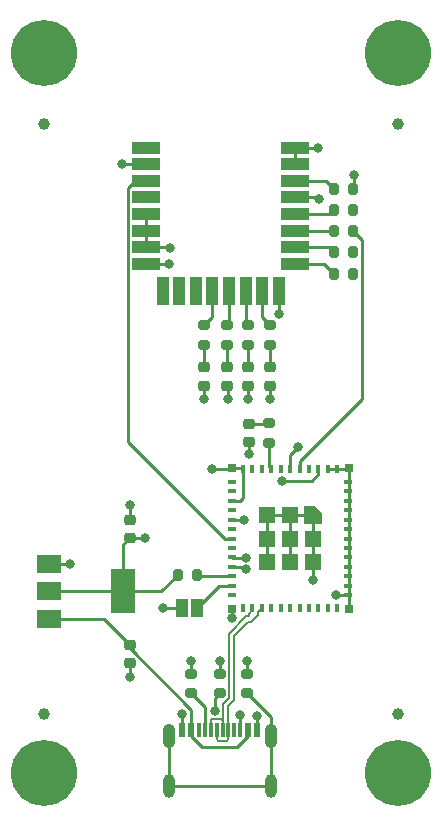
<source format=gbr>
%TF.GenerationSoftware,KiCad,Pcbnew,7.0.7*%
%TF.CreationDate,2023-08-28T22:10:07-07:00*%
%TF.ProjectId,Untitled,556e7469-746c-4656-942e-6b696361645f,rev?*%
%TF.SameCoordinates,Original*%
%TF.FileFunction,Copper,L1,Top*%
%TF.FilePolarity,Positive*%
%FSLAX46Y46*%
G04 Gerber Fmt 4.6, Leading zero omitted, Abs format (unit mm)*
G04 Created by KiCad (PCBNEW 7.0.7) date 2023-08-28 22:10:07*
%MOMM*%
%LPD*%
G01*
G04 APERTURE LIST*
G04 Aperture macros list*
%AMRoundRect*
0 Rectangle with rounded corners*
0 $1 Rounding radius*
0 $2 $3 $4 $5 $6 $7 $8 $9 X,Y pos of 4 corners*
0 Add a 4 corners polygon primitive as box body*
4,1,4,$2,$3,$4,$5,$6,$7,$8,$9,$2,$3,0*
0 Add four circle primitives for the rounded corners*
1,1,$1+$1,$2,$3*
1,1,$1+$1,$4,$5*
1,1,$1+$1,$6,$7*
1,1,$1+$1,$8,$9*
0 Add four rect primitives between the rounded corners*
20,1,$1+$1,$2,$3,$4,$5,0*
20,1,$1+$1,$4,$5,$6,$7,0*
20,1,$1+$1,$6,$7,$8,$9,0*
20,1,$1+$1,$8,$9,$2,$3,0*%
%AMFreePoly0*
4,1,15,-0.124998,0.730000,0.725000,0.730000,0.728536,0.728536,0.730000,0.725000,0.730000,-0.725000,0.728536,-0.728536,0.725000,-0.730000,-0.725000,-0.730000,-0.728536,-0.728536,-0.730000,-0.725000,-0.730001,0.125000,-0.728536,0.128536,-0.128536,0.728536,-0.125000,0.730001,-0.124998,0.730000,-0.124998,0.730000,$1*%
G04 Aperture macros list end*
%TA.AperFunction,SMDPad,CuDef*%
%ADD10RoundRect,0.200000X0.275000X-0.200000X0.275000X0.200000X-0.275000X0.200000X-0.275000X-0.200000X0*%
%TD*%
%TA.AperFunction,SMDPad,CuDef*%
%ADD11RoundRect,0.200000X-0.275000X0.200000X-0.275000X-0.200000X0.275000X-0.200000X0.275000X0.200000X0*%
%TD*%
%TA.AperFunction,SMDPad,CuDef*%
%ADD12C,1.000000*%
%TD*%
%TA.AperFunction,SMDPad,CuDef*%
%ADD13RoundRect,0.200000X-0.200000X-0.275000X0.200000X-0.275000X0.200000X0.275000X-0.200000X0.275000X0*%
%TD*%
%TA.AperFunction,ComponentPad*%
%ADD14C,5.600000*%
%TD*%
%TA.AperFunction,SMDPad,CuDef*%
%ADD15RoundRect,0.218750X0.256250X-0.218750X0.256250X0.218750X-0.256250X0.218750X-0.256250X-0.218750X0*%
%TD*%
%TA.AperFunction,SMDPad,CuDef*%
%ADD16R,2.450000X1.000000*%
%TD*%
%TA.AperFunction,SMDPad,CuDef*%
%ADD17R,1.000000X2.450000*%
%TD*%
%TA.AperFunction,SMDPad,CuDef*%
%ADD18RoundRect,0.225000X0.250000X-0.225000X0.250000X0.225000X-0.250000X0.225000X-0.250000X-0.225000X0*%
%TD*%
%TA.AperFunction,SMDPad,CuDef*%
%ADD19R,2.000000X1.500000*%
%TD*%
%TA.AperFunction,SMDPad,CuDef*%
%ADD20R,2.000000X3.800000*%
%TD*%
%TA.AperFunction,SMDPad,CuDef*%
%ADD21RoundRect,0.225000X-0.250000X0.225000X-0.250000X-0.225000X0.250000X-0.225000X0.250000X0.225000X0*%
%TD*%
%TA.AperFunction,SMDPad,CuDef*%
%ADD22RoundRect,0.200000X0.200000X0.275000X-0.200000X0.275000X-0.200000X-0.275000X0.200000X-0.275000X0*%
%TD*%
%TA.AperFunction,SMDPad,CuDef*%
%ADD23R,1.000000X1.500000*%
%TD*%
%TA.AperFunction,SMDPad,CuDef*%
%ADD24R,0.600000X1.150000*%
%TD*%
%TA.AperFunction,SMDPad,CuDef*%
%ADD25R,0.300000X1.150000*%
%TD*%
%TA.AperFunction,ComponentPad*%
%ADD26O,1.050000X2.100000*%
%TD*%
%TA.AperFunction,ComponentPad*%
%ADD27O,1.000000X2.000000*%
%TD*%
%TA.AperFunction,SMDPad,CuDef*%
%ADD28R,0.400000X0.800000*%
%TD*%
%TA.AperFunction,SMDPad,CuDef*%
%ADD29R,0.800000X0.400000*%
%TD*%
%TA.AperFunction,SMDPad,CuDef*%
%ADD30FreePoly0,270.000000*%
%TD*%
%TA.AperFunction,SMDPad,CuDef*%
%ADD31R,1.450000X1.450000*%
%TD*%
%TA.AperFunction,SMDPad,CuDef*%
%ADD32R,0.700000X0.700000*%
%TD*%
%TA.AperFunction,ViaPad*%
%ADD33C,0.800000*%
%TD*%
%TA.AperFunction,Conductor*%
%ADD34C,0.250000*%
%TD*%
%TA.AperFunction,Conductor*%
%ADD35C,0.200000*%
%TD*%
G04 APERTURE END LIST*
D10*
%TO.P,R9,1*%
%TO.N,Net-(D4-A)*%
X164200000Y-98725000D03*
%TO.P,R9,2*%
%TO.N,Net-(U2-GPIO0{slash}RXOKLED)*%
X164200000Y-97075000D03*
%TD*%
D11*
%TO.P,R5,1*%
%TO.N,GND*%
X157500000Y-126575000D03*
%TO.P,R5,2*%
%TO.N,Net-(J1-CC1)*%
X157500000Y-128225000D03*
%TD*%
D12*
%TO.P,FID1,*%
%TO.N,*%
X145000000Y-80000000D03*
%TD*%
D11*
%TO.P,R2,1*%
%TO.N,VDD*%
X164084000Y-105347000D03*
%TO.P,R2,2*%
%TO.N,Net-(U1-EN)*%
X164084000Y-106997000D03*
%TD*%
D10*
%TO.P,R6,1*%
%TO.N,Net-(J1-SHELL_GND-PadS1)*%
X162200000Y-128225000D03*
%TO.P,R6,2*%
%TO.N,GND*%
X162200000Y-126575000D03*
%TD*%
D13*
%TO.P,R1,1*%
%TO.N,Net-(U2-~{SPICS})*%
X169575000Y-92700000D03*
%TO.P,R1,2*%
%TO.N,/SPICS*%
X171225000Y-92700000D03*
%TD*%
D14*
%TO.P,H1,1*%
%TO.N,N/C*%
X145000000Y-74000000D03*
%TD*%
D10*
%TO.P,R8,1*%
%TO.N,Net-(D3-A)*%
X162300000Y-98725000D03*
%TO.P,R8,2*%
%TO.N,Net-(U2-GPIO1{slash}SFDLED)*%
X162300000Y-97075000D03*
%TD*%
D14*
%TO.P,H4,1*%
%TO.N,N/C*%
X175000000Y-135000000D03*
%TD*%
D12*
%TO.P,FID4,*%
%TO.N,*%
X175000000Y-130000000D03*
%TD*%
D15*
%TO.P,D1,1,K*%
%TO.N,GND*%
X158600000Y-102187500D03*
%TO.P,D1,2,A*%
%TO.N,Net-(D1-A)*%
X158600000Y-100612500D03*
%TD*%
D16*
%TO.P,U2,1,EXTON*%
%TO.N,unconnected-(U2-EXTON-Pad1)*%
X153705000Y-82050000D03*
%TO.P,U2,2,WAKEUP*%
%TO.N,GND*%
X153705000Y-83450000D03*
%TO.P,U2,3,~{RST}*%
%TO.N,/RST_UWB*%
X153705000Y-84850000D03*
%TO.P,U2,4,GPIO7/SYNC*%
%TO.N,unconnected-(U2-GPIO7{slash}SYNC-Pad4)*%
X153705000Y-86250000D03*
%TO.P,U2,5,VDD1*%
%TO.N,VDD*%
X153705000Y-87650000D03*
%TO.P,U2,6,VDD3V3*%
X153705000Y-89050000D03*
%TO.P,U2,7,VDD3V3*%
X153705000Y-90450000D03*
%TO.P,U2,8,VSS*%
%TO.N,GND*%
X153705000Y-91850000D03*
D17*
%TO.P,U2,9,GPIO6/EXTRXE/SPIPHA*%
%TO.N,unconnected-(U2-GPIO6{slash}EXTRXE{slash}SPIPHA-Pad9)*%
X155100000Y-94145000D03*
%TO.P,U2,10,GPIO5/EXTTXE/SPIPOL*%
%TO.N,unconnected-(U2-GPIO5{slash}EXTTXE{slash}SPIPOL-Pad10)*%
X156500000Y-94145000D03*
%TO.P,U2,11,GPIO4*%
%TO.N,unconnected-(U2-GPIO4-Pad11)*%
X157900000Y-94145000D03*
%TO.P,U2,12,GPIO3/TXLED*%
%TO.N,Net-(U2-GPIO3{slash}TXLED)*%
X159300000Y-94145000D03*
%TO.P,U2,13,GPIO2/RXLED*%
%TO.N,Net-(U2-GPIO2{slash}RXLED)*%
X160700000Y-94145000D03*
%TO.P,U2,14,GPIO1/SFDLED*%
%TO.N,Net-(U2-GPIO1{slash}SFDLED)*%
X162100000Y-94145000D03*
%TO.P,U2,15,GPIO0/RXOKLED*%
%TO.N,Net-(U2-GPIO0{slash}RXOKLED)*%
X163500000Y-94145000D03*
%TO.P,U2,16,VSS*%
%TO.N,GND*%
X164900000Y-94145000D03*
D16*
%TO.P,U2,17,~{SPICS}*%
%TO.N,Net-(U2-~{SPICS})*%
X166295000Y-91850000D03*
%TO.P,U2,18,SPIMOSI*%
%TO.N,Net-(U2-SPIMOSI)*%
X166295000Y-90450000D03*
%TO.P,U2,19,SPIMISO*%
%TO.N,Net-(U2-SPIMISO)*%
X166295000Y-89050000D03*
%TO.P,U2,20,SPICLK*%
%TO.N,Net-(U2-SPICLK)*%
X166295000Y-87650000D03*
%TO.P,U2,21,VSS*%
%TO.N,GND*%
X166295000Y-86250000D03*
%TO.P,U2,22,GPIO8/IRQ*%
%TO.N,Net-(U2-GPIO8{slash}IRQ)*%
X166295000Y-84850000D03*
%TO.P,U2,23,VSS*%
%TO.N,GND*%
X166295000Y-83450000D03*
%TO.P,U2,24,VSS*%
X166295000Y-82050000D03*
%TD*%
D13*
%TO.P,R11,1*%
%TO.N,Net-(U2-SPICLK)*%
X169575000Y-87300000D03*
%TO.P,R11,2*%
%TO.N,/SPICLK*%
X171225000Y-87300000D03*
%TD*%
D18*
%TO.P,C3,1*%
%TO.N,VDD*%
X152300000Y-115075000D03*
%TO.P,C3,2*%
%TO.N,GND*%
X152300000Y-113525000D03*
%TD*%
D15*
%TO.P,D2,1,K*%
%TO.N,GND*%
X160500000Y-102175000D03*
%TO.P,D2,2,A*%
%TO.N,Net-(D2-A)*%
X160500000Y-100600000D03*
%TD*%
D19*
%TO.P,U4,1,GND*%
%TO.N,GND*%
X145450000Y-117300000D03*
%TO.P,U4,2,VO*%
%TO.N,VDD*%
X145450000Y-119600000D03*
D20*
X151750000Y-119600000D03*
D19*
%TO.P,U4,3,VI*%
%TO.N,VBUS*%
X145450000Y-121900000D03*
%TD*%
D21*
%TO.P,C1,1*%
%TO.N,VDD*%
X162356800Y-105397000D03*
%TO.P,C1,2*%
%TO.N,GND*%
X162356800Y-106947000D03*
%TD*%
D15*
%TO.P,D4,1,K*%
%TO.N,GND*%
X164200000Y-102175000D03*
%TO.P,D4,2,A*%
%TO.N,Net-(D4-A)*%
X164200000Y-100600000D03*
%TD*%
D13*
%TO.P,R12,1*%
%TO.N,Net-(U2-SPIMISO)*%
X169575000Y-89100000D03*
%TO.P,R12,2*%
%TO.N,/SPIMISO*%
X171225000Y-89100000D03*
%TD*%
D15*
%TO.P,D3,1,K*%
%TO.N,GND*%
X162300000Y-102187500D03*
%TO.P,D3,2,A*%
%TO.N,Net-(D3-A)*%
X162300000Y-100612500D03*
%TD*%
D14*
%TO.P,H2,1*%
%TO.N,N/C*%
X175000000Y-74000000D03*
%TD*%
D10*
%TO.P,R4,1*%
%TO.N,Net-(J1-CC2)*%
X159900000Y-128225000D03*
%TO.P,R4,2*%
%TO.N,GND*%
X159900000Y-126575000D03*
%TD*%
D12*
%TO.P,FID2,*%
%TO.N,*%
X175000000Y-80000000D03*
%TD*%
%TO.P,FID3,*%
%TO.N,*%
X145000000Y-130000000D03*
%TD*%
D22*
%TO.P,R14,1*%
%TO.N,GND*%
X171225000Y-85500000D03*
%TO.P,R14,2*%
%TO.N,Net-(U2-GPIO8{slash}IRQ)*%
X169575000Y-85500000D03*
%TD*%
D23*
%TO.P,JP2,1,A*%
%TO.N,Net-(JP2-A)*%
X158000000Y-121000000D03*
%TO.P,JP2,2,B*%
%TO.N,GND*%
X156700000Y-121000000D03*
%TD*%
D10*
%TO.P,R10,1*%
%TO.N,Net-(D1-A)*%
X158600000Y-98725000D03*
%TO.P,R10,2*%
%TO.N,Net-(U2-GPIO3{slash}TXLED)*%
X158600000Y-97075000D03*
%TD*%
D13*
%TO.P,R13,1*%
%TO.N,Net-(U2-SPIMOSI)*%
X169575000Y-90900000D03*
%TO.P,R13,2*%
%TO.N,/SPIMOSI*%
X171225000Y-90900000D03*
%TD*%
D24*
%TO.P,J1,A1_B12,GND*%
%TO.N,GND*%
X156700000Y-131310000D03*
%TO.P,J1,A4_B9,VBUS*%
%TO.N,VBUS*%
X157500000Y-131310000D03*
D25*
%TO.P,J1,A5,CC1*%
%TO.N,Net-(J1-CC1)*%
X158650000Y-131310000D03*
%TO.P,J1,A6,DP1*%
%TO.N,/D+*%
X159650000Y-131310000D03*
%TO.P,J1,A7,DN1*%
%TO.N,/D-*%
X160150000Y-131310000D03*
%TO.P,J1,A8,SBU1*%
%TO.N,unconnected-(J1-SBU1-PadA8)*%
X161150000Y-131310000D03*
D24*
%TO.P,J1,B1_A12,GND*%
%TO.N,GND*%
X163100000Y-131310000D03*
%TO.P,J1,B4_A9,VBUS*%
%TO.N,VBUS*%
X162300000Y-131310000D03*
D25*
%TO.P,J1,B5,CC2*%
%TO.N,Net-(J1-CC2)*%
X161650000Y-131310000D03*
%TO.P,J1,B6,DP2*%
%TO.N,/D+*%
X160650000Y-131310000D03*
%TO.P,J1,B7,DN2*%
%TO.N,/D-*%
X159150000Y-131310000D03*
%TO.P,J1,B8,SBU2*%
%TO.N,unconnected-(J1-SBU2-PadB8)*%
X158150000Y-131310000D03*
D26*
%TO.P,J1,S1,SHELL_GND*%
%TO.N,Net-(J1-SHELL_GND-PadS1)*%
X155580000Y-131885000D03*
D27*
%TO.P,J1,S2,SHELL_GND*%
X155580000Y-136065000D03*
%TO.P,J1,S3,SHELL_GND*%
X164220000Y-136065000D03*
D26*
%TO.P,J1,S4,SHELL_GND*%
X164220000Y-131885000D03*
%TD*%
D28*
%TO.P,U1,1,GND*%
%TO.N,GND*%
X169875000Y-109225000D03*
%TO.P,U1,2,GND*%
X169075000Y-109225000D03*
%TO.P,U1,3,3V3*%
%TO.N,VDD*%
X168275000Y-109225000D03*
%TO.P,U1,4,NC*%
%TO.N,unconnected-(U1-NC-Pad4)*%
X167475000Y-109225000D03*
%TO.P,U1,5,IO2*%
%TO.N,/SPIMISO*%
X166675000Y-109225000D03*
%TO.P,U1,6,IO3*%
%TO.N,GND*%
X165875000Y-109225000D03*
%TO.P,U1,7,NC*%
%TO.N,unconnected-(U1-NC-Pad7)*%
X165075000Y-109225000D03*
%TO.P,U1,8,EN*%
%TO.N,Net-(U1-EN)*%
X164275000Y-109225000D03*
%TO.P,U1,9,NC*%
%TO.N,unconnected-(U1-NC-Pad9)*%
X163475000Y-109225000D03*
%TO.P,U1,10,NC*%
%TO.N,unconnected-(U1-NC-Pad10)*%
X162675000Y-109225000D03*
%TO.P,U1,11,GND*%
%TO.N,GND*%
X161875000Y-109225000D03*
D29*
%TO.P,U1,12,IO0*%
%TO.N,unconnected-(U1-IO0-Pad12)*%
X160975000Y-110325000D03*
%TO.P,U1,13,IO1*%
%TO.N,unconnected-(U1-IO1-Pad13)*%
X160975000Y-111125000D03*
%TO.P,U1,14,GND*%
%TO.N,GND*%
X160975000Y-111925000D03*
%TO.P,U1,15,NC*%
%TO.N,unconnected-(U1-NC-Pad15)*%
X160975000Y-112725000D03*
%TO.P,U1,16,IO10*%
%TO.N,/SPICS*%
X160975000Y-113525000D03*
%TO.P,U1,17,NC*%
%TO.N,unconnected-(U1-NC-Pad17)*%
X160975000Y-114325000D03*
%TO.P,U1,18,IO4*%
%TO.N,/RST_UWB*%
X160975000Y-115125000D03*
%TO.P,U1,19,IO5*%
%TO.N,unconnected-(U1-IO5-Pad19)*%
X160975000Y-115925000D03*
%TO.P,U1,20,IO6*%
%TO.N,/SPICLK*%
X160975000Y-116725000D03*
%TO.P,U1,21,IO7*%
%TO.N,/SPIMOSI*%
X160975000Y-117525000D03*
%TO.P,U1,22,IO8*%
%TO.N,Net-(U1-IO8)*%
X160975000Y-118325000D03*
%TO.P,U1,23,IO9*%
%TO.N,Net-(JP2-A)*%
X160975000Y-119125000D03*
%TO.P,U1,24,NC*%
%TO.N,unconnected-(U1-NC-Pad24)*%
X160975000Y-119925000D03*
D28*
%TO.P,U1,25,NC*%
%TO.N,unconnected-(U1-NC-Pad25)*%
X161875000Y-121025000D03*
%TO.P,U1,26,IO18*%
%TO.N,/D-*%
X162675000Y-121025000D03*
%TO.P,U1,27,IO19*%
%TO.N,/D+*%
X163475000Y-121025000D03*
%TO.P,U1,28,NC*%
%TO.N,unconnected-(U1-NC-Pad28)*%
X164275000Y-121025000D03*
%TO.P,U1,29,NC*%
%TO.N,unconnected-(U1-NC-Pad29)*%
X165075000Y-121025000D03*
%TO.P,U1,30,RXD0*%
%TO.N,unconnected-(U1-RXD0-Pad30)*%
X165875000Y-121025000D03*
%TO.P,U1,31,TXD0*%
%TO.N,unconnected-(U1-TXD0-Pad31)*%
X166675000Y-121025000D03*
%TO.P,U1,32,NC*%
%TO.N,unconnected-(U1-NC-Pad32)*%
X167475000Y-121025000D03*
%TO.P,U1,33,NC*%
%TO.N,unconnected-(U1-NC-Pad33)*%
X168275000Y-121025000D03*
%TO.P,U1,34,NC*%
%TO.N,unconnected-(U1-NC-Pad34)*%
X169075000Y-121025000D03*
%TO.P,U1,35,NC*%
%TO.N,unconnected-(U1-NC-Pad35)*%
X169875000Y-121025000D03*
D29*
%TO.P,U1,36,GND*%
%TO.N,GND*%
X170775000Y-119925000D03*
%TO.P,U1,37,GND*%
X170775000Y-119125000D03*
%TO.P,U1,38,GND*%
X170775000Y-118325000D03*
%TO.P,U1,39,GND*%
X170775000Y-117525000D03*
%TO.P,U1,40,GND*%
X170775000Y-116725000D03*
%TO.P,U1,41,GND*%
X170775000Y-115925000D03*
%TO.P,U1,42,GND*%
X170775000Y-115125000D03*
%TO.P,U1,43,GND*%
X170775000Y-114325000D03*
%TO.P,U1,44,GND*%
X170775000Y-113525000D03*
%TO.P,U1,45,GND*%
X170775000Y-112725000D03*
%TO.P,U1,46,GND*%
X170775000Y-111925000D03*
%TO.P,U1,47,GND*%
X170775000Y-111125000D03*
%TO.P,U1,48,GND*%
X170775000Y-110325000D03*
D30*
%TO.P,U1,49_1,GND*%
X167850000Y-113150000D03*
D31*
%TO.P,U1,49_2,GND*%
X167850000Y-115125000D03*
%TO.P,U1,49_3,GND*%
X167850000Y-117100000D03*
%TO.P,U1,49_4,GND*%
X165875000Y-117100000D03*
%TO.P,U1,49_5,GND*%
X163900000Y-117100000D03*
%TO.P,U1,49_6,GND*%
X163900000Y-115125000D03*
%TO.P,U1,49_7,GND*%
X163900000Y-113150000D03*
%TO.P,U1,49_8,GND*%
X165875000Y-113150000D03*
%TO.P,U1,49_9,GND*%
X165875000Y-115125000D03*
D32*
%TO.P,U1,50,GND*%
X170825000Y-121075000D03*
%TO.P,U1,51,GND*%
X160925000Y-121075000D03*
%TO.P,U1,52,GND*%
X160925000Y-109175000D03*
%TO.P,U1,53,GND*%
X170825000Y-109175000D03*
%TD*%
D22*
%TO.P,R3,1*%
%TO.N,Net-(U1-IO8)*%
X158000200Y-118211600D03*
%TO.P,R3,2*%
%TO.N,VDD*%
X156350200Y-118211600D03*
%TD*%
D14*
%TO.P,H3,1*%
%TO.N,N/C*%
X145000000Y-135000000D03*
%TD*%
D10*
%TO.P,R7,1*%
%TO.N,Net-(D2-A)*%
X160500000Y-98725000D03*
%TO.P,R7,2*%
%TO.N,Net-(U2-GPIO2{slash}RXLED)*%
X160500000Y-97075000D03*
%TD*%
D21*
%TO.P,C2,1*%
%TO.N,VBUS*%
X152300000Y-124125000D03*
%TO.P,C2,2*%
%TO.N,GND*%
X152300000Y-125675000D03*
%TD*%
D33*
%TO.N,VDD*%
X155702000Y-90525600D03*
X165150800Y-110224502D03*
X164084000Y-105347000D03*
X153568400Y-115112800D03*
%TO.N,GND*%
X152298400Y-112318800D03*
X159918400Y-125476000D03*
X168198800Y-82042000D03*
X155651200Y-91846400D03*
X163109401Y-130158999D03*
X169722800Y-119938800D03*
X152349200Y-126847600D03*
X160934400Y-121869200D03*
X164947600Y-96113600D03*
X166522400Y-107391200D03*
X155143200Y-121005600D03*
X167843200Y-118618000D03*
X164185600Y-103327200D03*
X151638000Y-83413600D03*
X168351200Y-86360000D03*
X159258000Y-109220000D03*
X162204400Y-125476000D03*
X147269200Y-117297200D03*
X157480000Y-125476000D03*
X162356800Y-107950000D03*
X162306000Y-103327200D03*
X171246800Y-84328000D03*
X160578800Y-103327200D03*
X158597600Y-103327200D03*
X156718000Y-129997200D03*
%TO.N,Net-(J1-CC2)*%
X159475500Y-129735500D03*
X161645600Y-130048000D03*
%TO.N,/SPICS*%
X162001200Y-113538000D03*
X171225000Y-92700000D03*
%TO.N,/SPICLK*%
X171225000Y-87300000D03*
X162102800Y-116738400D03*
%TO.N,/SPIMOSI*%
X171225000Y-90900000D03*
X162102800Y-117737903D03*
%TD*%
D34*
%TO.N,VDD*%
X162356800Y-105397000D02*
X164034000Y-105397000D01*
X152337800Y-115112800D02*
X152300000Y-115075000D01*
X153705000Y-87650000D02*
X153705000Y-90450000D01*
X154961800Y-119600000D02*
X156350200Y-118211600D01*
X167725498Y-110224502D02*
X165150800Y-110224502D01*
X151750000Y-119600000D02*
X154961800Y-119600000D01*
X164034000Y-105397000D02*
X164084000Y-105347000D01*
X155626400Y-90450000D02*
X155702000Y-90525600D01*
X153568400Y-115112800D02*
X152337800Y-115112800D01*
X168275000Y-109225000D02*
X168275000Y-109675000D01*
X153705000Y-90450000D02*
X155626400Y-90450000D01*
X151750000Y-115625000D02*
X152300000Y-115075000D01*
X168275000Y-109675000D02*
X167725498Y-110224502D01*
X151750000Y-119600000D02*
X151750000Y-115625000D01*
X145450000Y-119600000D02*
X151750000Y-119600000D01*
%TO.N,GND*%
X170825000Y-109175000D02*
X170825000Y-121075000D01*
X161875000Y-109270302D02*
X161875498Y-109270800D01*
X163100000Y-130168400D02*
X163109401Y-130158999D01*
X162200000Y-126575000D02*
X162200000Y-125480400D01*
X152298400Y-112318800D02*
X152300000Y-112320400D01*
X157500000Y-126575000D02*
X157500000Y-125496000D01*
X162300000Y-103321200D02*
X162300000Y-102187500D01*
X168351200Y-86360000D02*
X168241200Y-86250000D01*
X159900000Y-126575000D02*
X159900000Y-125494400D01*
X170775000Y-119925000D02*
X169736600Y-119925000D01*
X158597600Y-102189900D02*
X158600000Y-102187500D01*
X164200000Y-103312800D02*
X164185600Y-103327200D01*
X159258000Y-109220000D02*
X160880000Y-109220000D01*
X152300000Y-126798400D02*
X152349200Y-126847600D01*
X159900000Y-125494400D02*
X159918400Y-125476000D01*
X167850000Y-113150000D02*
X163900000Y-113150000D01*
X155651200Y-91846400D02*
X155647600Y-91850000D01*
X162306000Y-103327200D02*
X162300000Y-103321200D01*
X152300000Y-125675000D02*
X152300000Y-126798400D01*
X160975000Y-111925000D02*
X161625000Y-111925000D01*
X160925000Y-109175000D02*
X161825000Y-109175000D01*
X145452800Y-117297200D02*
X145450000Y-117300000D01*
X160925000Y-121859800D02*
X160934400Y-121869200D01*
X162356800Y-107950000D02*
X162356800Y-106947000D01*
X165875000Y-108038600D02*
X166522400Y-107391200D01*
X167850000Y-113150000D02*
X167850000Y-118611200D01*
X160880000Y-109220000D02*
X160925000Y-109175000D01*
X161875000Y-111675000D02*
X161875000Y-109225000D01*
X171246800Y-85478200D02*
X171225000Y-85500000D01*
X156700000Y-121000000D02*
X155148800Y-121000000D01*
X152300000Y-112320400D02*
X152300000Y-113525000D01*
X164900000Y-96066000D02*
X164947600Y-96113600D01*
X151638000Y-83413600D02*
X153668600Y-83413600D01*
X158597600Y-103327200D02*
X158597600Y-102189900D01*
X156700000Y-131310000D02*
X156700000Y-130015200D01*
X164200000Y-102175000D02*
X164200000Y-103312800D01*
X169075000Y-109225000D02*
X170775000Y-109225000D01*
X156700000Y-130015200D02*
X156718000Y-129997200D01*
X155647600Y-91850000D02*
X153705000Y-91850000D01*
X147269200Y-117297200D02*
X145452800Y-117297200D01*
X163100000Y-131310000D02*
X163100000Y-130168400D01*
X163900000Y-117100000D02*
X163900000Y-113150000D01*
X161625000Y-111925000D02*
X161875000Y-111675000D01*
X170775000Y-109225000D02*
X170825000Y-109175000D01*
X160925000Y-121075000D02*
X160925000Y-121859800D01*
X161825000Y-109175000D02*
X161875000Y-109225000D01*
X168198800Y-82042000D02*
X168190800Y-82050000D01*
X161875000Y-109225000D02*
X161875000Y-109270302D01*
X168241200Y-86250000D02*
X166295000Y-86250000D01*
X171246800Y-84328000D02*
X171246800Y-85478200D01*
X157500000Y-125496000D02*
X157480000Y-125476000D01*
X153668600Y-83413600D02*
X153705000Y-83450000D01*
X160578800Y-103327200D02*
X160578800Y-102253800D01*
X164900000Y-94145000D02*
X164900000Y-96066000D01*
X166295000Y-82050000D02*
X166295000Y-83450000D01*
X165875000Y-113150000D02*
X165875000Y-117100000D01*
X165875000Y-109225000D02*
X165875000Y-108038600D01*
X167850000Y-118611200D02*
X167843200Y-118618000D01*
X168190800Y-82050000D02*
X166295000Y-82050000D01*
X162200000Y-125480400D02*
X162204400Y-125476000D01*
X160578800Y-102253800D02*
X160500000Y-102175000D01*
X155148800Y-121000000D02*
X155143200Y-121005600D01*
X169736600Y-119925000D02*
X169722800Y-119938800D01*
%TO.N,VBUS*%
X162300000Y-131885051D02*
X161393851Y-132791200D01*
X150075000Y-121900000D02*
X145450000Y-121900000D01*
X157500000Y-129622183D02*
X152300000Y-124422183D01*
X157500000Y-131885051D02*
X157500000Y-131310000D01*
X157500000Y-131310000D02*
X157500000Y-129622183D01*
X152300000Y-124422183D02*
X152300000Y-124125000D01*
X162300000Y-131310000D02*
X162300000Y-131885051D01*
X152300000Y-124125000D02*
X150075000Y-121900000D01*
X158406149Y-132791200D02*
X157500000Y-131885051D01*
X161393851Y-132791200D02*
X158406149Y-132791200D01*
%TO.N,Net-(D1-A)*%
X158600000Y-98725000D02*
X158600000Y-100612500D01*
%TO.N,Net-(D2-A)*%
X160500000Y-98725000D02*
X160500000Y-100600000D01*
%TO.N,Net-(D3-A)*%
X162300000Y-100612500D02*
X162300000Y-98725000D01*
%TO.N,Net-(D4-A)*%
X164200000Y-98725000D02*
X164200000Y-100600000D01*
%TO.N,Net-(J1-SHELL_GND-PadS1)*%
X164220000Y-131885000D02*
X164220000Y-130245000D01*
X164220000Y-130245000D02*
X162200000Y-128225000D01*
X155580000Y-136065000D02*
X164220000Y-136065000D01*
X155580000Y-131885000D02*
X155580000Y-136065000D01*
X164220000Y-136065000D02*
X164220000Y-131885000D01*
D35*
%TO.N,/D-*%
X159150000Y-130485000D02*
X159200000Y-130435000D01*
X160150000Y-130447499D02*
X160150000Y-130556000D01*
X160029000Y-130435000D02*
X160150000Y-130556000D01*
X162375000Y-121488603D02*
X162375000Y-121725000D01*
X162138603Y-121725000D02*
X160675000Y-123188603D01*
X160175000Y-130422499D02*
X160150000Y-130447499D01*
X162675000Y-121025000D02*
X162675000Y-121188603D01*
X159150000Y-131310000D02*
X159150000Y-130485000D01*
X160150000Y-130556000D02*
X160150000Y-131310000D01*
X162375000Y-121725000D02*
X162138603Y-121725000D01*
X162675000Y-121188603D02*
X162375000Y-121488603D01*
X159200000Y-130435000D02*
X160029000Y-130435000D01*
X160675000Y-123188603D02*
X160675000Y-128632107D01*
X160675000Y-128632107D02*
X160175000Y-129132107D01*
X160175000Y-129132107D02*
X160175000Y-130422499D01*
%TO.N,/D+*%
X162561388Y-122174980D02*
X162325020Y-122174980D01*
X163475000Y-121025000D02*
X163175000Y-121325000D01*
X160650000Y-130447499D02*
X160650000Y-131310000D01*
X159650000Y-131310000D02*
X159650000Y-132135000D01*
X160552600Y-132232400D02*
X160650000Y-132135000D01*
X159747400Y-132232400D02*
X160552600Y-132232400D01*
X161124980Y-123375020D02*
X161124980Y-128818495D01*
X160625000Y-129318475D02*
X160625000Y-130422499D01*
X160625000Y-130422499D02*
X160650000Y-130447499D01*
X162325020Y-122174980D02*
X161124980Y-123375020D01*
X163175000Y-121325000D02*
X163175000Y-121561368D01*
X163175000Y-121561368D02*
X162561388Y-122174980D01*
X159650000Y-132135000D02*
X159747400Y-132232400D01*
X161124980Y-128818495D02*
X160625000Y-129318475D01*
X160650000Y-132135000D02*
X160650000Y-131310000D01*
D34*
%TO.N,Net-(J1-CC2)*%
X159475500Y-128649500D02*
X159900000Y-128225000D01*
X161650000Y-130052400D02*
X161645600Y-130048000D01*
X159475500Y-129735500D02*
X159475500Y-128649500D01*
X161650000Y-131310000D02*
X161650000Y-130052400D01*
%TO.N,Net-(J1-CC1)*%
X158650000Y-129375000D02*
X157500000Y-128225000D01*
X158650000Y-131310000D02*
X158650000Y-129375000D01*
%TO.N,Net-(JP2-A)*%
X159875000Y-119125000D02*
X160975000Y-119125000D01*
X158000000Y-121000000D02*
X159875000Y-119125000D01*
%TO.N,Net-(U2-~{SPICS})*%
X168725000Y-91850000D02*
X169575000Y-92700000D01*
X166295000Y-91850000D02*
X168725000Y-91850000D01*
%TO.N,/SPICS*%
X162001200Y-113538000D02*
X160988000Y-113538000D01*
X160988000Y-113538000D02*
X160975000Y-113525000D01*
%TO.N,Net-(U1-EN)*%
X164084000Y-109034000D02*
X164275000Y-109225000D01*
X164084000Y-106997000D02*
X164084000Y-109034000D01*
%TO.N,Net-(U1-IO8)*%
X158000200Y-118211600D02*
X158113600Y-118325000D01*
X158113600Y-118325000D02*
X160975000Y-118325000D01*
%TO.N,Net-(U2-GPIO2{slash}RXLED)*%
X160500000Y-97075000D02*
X160700000Y-96875000D01*
X160700000Y-96875000D02*
X160700000Y-94145000D01*
%TO.N,Net-(U2-GPIO1{slash}SFDLED)*%
X162300000Y-97075000D02*
X162100000Y-96875000D01*
X162100000Y-96875000D02*
X162100000Y-94145000D01*
%TO.N,Net-(U2-GPIO0{slash}RXOKLED)*%
X163500000Y-96375000D02*
X163500000Y-94145000D01*
X164200000Y-97075000D02*
X163500000Y-96375000D01*
%TO.N,Net-(U2-GPIO3{slash}TXLED)*%
X159300000Y-94145000D02*
X159300000Y-96375000D01*
X159300000Y-96375000D02*
X158600000Y-97075000D01*
%TO.N,Net-(U2-SPICLK)*%
X169225000Y-87650000D02*
X169575000Y-87300000D01*
X166295000Y-87650000D02*
X169225000Y-87650000D01*
%TO.N,/SPICLK*%
X160988400Y-116738400D02*
X160975000Y-116725000D01*
X162102800Y-116738400D02*
X160988400Y-116738400D01*
%TO.N,Net-(U2-SPIMISO)*%
X169525000Y-89050000D02*
X169575000Y-89100000D01*
X166295000Y-89050000D02*
X169525000Y-89050000D01*
%TO.N,/SPIMISO*%
X166675000Y-108575000D02*
X166675000Y-109225000D01*
X171950000Y-103300000D02*
X166675000Y-108575000D01*
X171950000Y-89825000D02*
X171950000Y-103300000D01*
X171225000Y-89100000D02*
X171950000Y-89825000D01*
%TO.N,Net-(U2-SPIMOSI)*%
X169125000Y-90450000D02*
X169575000Y-90900000D01*
X166295000Y-90450000D02*
X169125000Y-90450000D01*
%TO.N,/SPIMOSI*%
X161889897Y-117525000D02*
X162102800Y-117737903D01*
X160975000Y-117525000D02*
X161889897Y-117525000D01*
%TO.N,Net-(U2-GPIO8{slash}IRQ)*%
X166295000Y-84850000D02*
X168925000Y-84850000D01*
X168925000Y-84850000D02*
X169575000Y-85500000D01*
%TO.N,/RST_UWB*%
X160354600Y-115125000D02*
X160975000Y-115125000D01*
X152155000Y-85425000D02*
X152155000Y-106925400D01*
X152730000Y-84850000D02*
X152155000Y-85425000D01*
X152155000Y-106925400D02*
X160354600Y-115125000D01*
X153705000Y-84850000D02*
X152730000Y-84850000D01*
%TD*%
M02*

</source>
